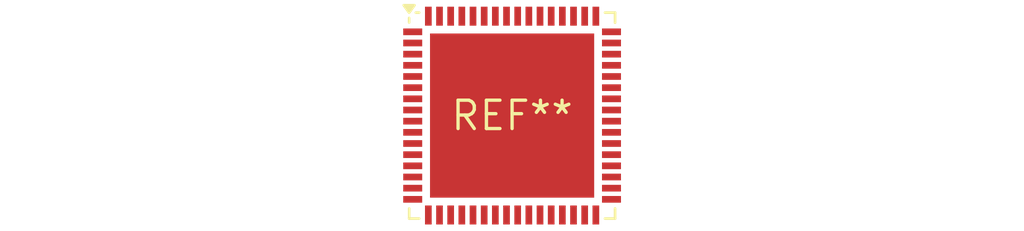
<source format=kicad_pcb>
(kicad_pcb (version 20240108) (generator pcbnew)
  (layers (0 "F.Cu" signal) (31 "B.Cu" signal) (34 "B.Paste" user) (35 "F.Paste" user) (36 "B.SilkS" user "B.Silkscreen") (37 "F.SilkS" user "F.Silkscreen") (38 "B.Mask" user) (39 "F.Mask" user) (44 "Edge.Cuts" user))
  (net 0 "")
  (footprint "QFN-64-1EP_9x9mm_P0.5mm_EP7.35x7.35mm" (layer "F.Cu") (at 0 0)
    (property "Reference" "REF**")
    (property "Value" "QFN-64-1EP_9x9mm_P0.5mm_EP7.35x7.35mm")
    (fp_line (start -4.61 -4.17) (end -4.61 -4.37) (layer "F.SilkS") (stroke (width 0.12)))
    (fp_line (start -4.6075 4.61) (end -4.6075 4.16) (layer "F.SilkS") (stroke (width 0.12)))
    (fp_line (start -4.6075 4.61) (end -4.16 4.61) (layer "F.SilkS") (stroke (width 0.12)))
    (fp_line (start -4.16 -4.61) (end -4.31 -4.61) (layer "F.SilkS") (stroke (width 0.12)))
    (fp_line (start 4.61 -4.61) (end 4.16 -4.61) (layer "F.SilkS") (stroke (width 0.12)))
    (fp_line (start 4.61 -4.61) (end 4.61 -4.16) (layer "F.SilkS") (stroke (width 0.12)))
    (fp_line (start 4.61 4.61) (end 4.16 4.61) (layer "F.SilkS") (stroke (width 0.12)))
    (fp_line (start 4.61 4.61) (end 4.61 4.16) (layer "F.SilkS") (stroke (width 0.12)))
    (fp_poly (pts (xy -4.61 -4.61) (xy -4.85 -4.94) (xy -4.37 -4.94) (xy -4.61 -4.61)) (layer "F.SilkS") (stroke (width 0.12)) (fill solid))
    (pad "1" smd rect (at -4.45 -3.75) (size 0.85 0.3) (layers "F.Cu" "F.Paste" "F.Mask"))
    (pad "2" smd rect (at -4.45 -3.25) (size 0.85 0.3) (layers "F.Cu" "F.Paste" "F.Mask"))
    (pad "3" smd rect (at -4.45 -2.75) (size 0.85 0.3) (layers "F.Cu" "F.Paste" "F.Mask"))
    (pad "4" smd rect (at -4.45 -2.25) (size 0.85 0.3) (layers "F.Cu" "F.Paste" "F.Mask"))
    (pad "5" smd rect (at -4.45 -1.75) (size 0.85 0.3) (layers "F.Cu" "F.Paste" "F.Mask"))
    (pad "6" smd rect (at -4.45 -1.25) (size 0.85 0.3) (layers "F.Cu" "F.Paste" "F.Mask"))
    (pad "7" smd rect (at -4.45 -0.75) (size 0.85 0.3) (layers "F.Cu" "F.Paste" "F.Mask"))
    (pad "8" smd rect (at -4.45 -0.25) (size 0.85 0.3) (layers "F.Cu" "F.Paste" "F.Mask"))
    (pad "9" smd rect (at -4.45 0.25) (size 0.85 0.3) (layers "F.Cu" "F.Paste" "F.Mask"))
    (pad "10" smd rect (at -4.45 0.75) (size 0.85 0.3) (layers "F.Cu" "F.Paste" "F.Mask"))
    (pad "11" smd rect (at -4.45 1.25) (size 0.85 0.3) (layers "F.Cu" "F.Paste" "F.Mask"))
    (pad "12" smd rect (at -4.45 1.75) (size 0.85 0.3) (layers "F.Cu" "F.Paste" "F.Mask"))
    (pad "13" smd rect (at -4.45 2.25) (size 0.85 0.3) (layers "F.Cu" "F.Paste" "F.Mask"))
    (pad "14" smd rect (at -4.45 2.75) (size 0.85 0.3) (layers "F.Cu" "F.Paste" "F.Mask"))
    (pad "15" smd rect (at -4.45 3.25) (size 0.85 0.3) (layers "F.Cu" "F.Paste" "F.Mask"))
    (pad "16" smd rect (at -4.45 3.75) (size 0.85 0.3) (layers "F.Cu" "F.Paste" "F.Mask"))
    (pad "17" smd rect (at -3.75 4.45 90) (size 0.85 0.3) (layers "F.Cu" "F.Paste" "F.Mask"))
    (pad "18" smd rect (at -3.25 4.45 90) (size 0.85 0.3) (layers "F.Cu" "F.Paste" "F.Mask"))
    (pad "19" smd rect (at -2.75 4.45 90) (size 0.85 0.3) (layers "F.Cu" "F.Paste" "F.Mask"))
    (pad "20" smd rect (at -2.25 4.45 90) (size 0.85 0.3) (layers "F.Cu" "F.Paste" "F.Mask"))
    (pad "21" smd rect (at -1.75 4.45 90) (size 0.85 0.3) (layers "F.Cu" "F.Paste" "F.Mask"))
    (pad "22" smd rect (at -1.25 4.45 90) (size 0.85 0.3) (layers "F.Cu" "F.Paste" "F.Mask"))
    (pad "23" smd rect (at -0.75 4.45 90) (size 0.85 0.3) (layers "F.Cu" "F.Paste" "F.Mask"))
    (pad "24" smd rect (at -0.25 4.45 90) (size 0.85 0.3) (layers "F.Cu" "F.Paste" "F.Mask"))
    (pad "25" smd rect (at 0.25 4.45 90) (size 0.85 0.3) (layers "F.Cu" "F.Paste" "F.Mask"))
    (pad "26" smd rect (at 0.75 4.45 90) (size 0.85 0.3) (layers "F.Cu" "F.Paste" "F.Mask"))
    (pad "27" smd rect (at 1.25 4.45 90) (size 0.85 0.3) (layers "F.Cu" "F.Paste" "F.Mask"))
    (pad "28" smd rect (at 1.75 4.45 90) (size 0.85 0.3) (layers "F.Cu" "F.Paste" "F.Mask"))
    (pad "29" smd rect (at 2.25 4.45 90) (size 0.85 0.3) (layers "F.Cu" "F.Paste" "F.Mask"))
    (pad "30" smd rect (at 2.75 4.45 90) (size 0.85 0.3) (layers "F.Cu" "F.Paste" "F.Mask"))
    (pad "31" smd rect (at 3.25 4.45 90) (size 0.85 0.3) (layers "F.Cu" "F.Paste" "F.Mask"))
    (pad "32" smd rect (at 3.75 4.45 90) (size 0.85 0.3) (layers "F.Cu" "F.Paste" "F.Mask"))
    (pad "33" smd rect (at 4.45 3.75) (size 0.85 0.3) (layers "F.Cu" "F.Paste" "F.Mask"))
    (pad "34" smd rect (at 4.45 3.25) (size 0.85 0.3) (layers "F.Cu" "F.Paste" "F.Mask"))
    (pad "35" smd rect (at 4.45 2.75) (size 0.85 0.3) (layers "F.Cu" "F.Paste" "F.Mask"))
    (pad "36" smd rect (at 4.45 2.25) (size 0.85 0.3) (layers "F.Cu" "F.Paste" "F.Mask"))
    (pad "37" smd rect (at 4.45 1.75) (size 0.85 0.3) (layers "F.Cu" "F.Paste" "F.Mask"))
    (pad "38" smd rect (at 4.45 1.25) (size 0.85 0.3) (layers "F.Cu" "F.Paste" "F.Mask"))
    (pad "39" smd rect (at 4.45 0.75) (size 0.85 0.3) (layers "F.Cu" "F.Paste" "F.Mask"))
    (pad "40" smd rect (at 4.45 0.25) (size 0.85 0.3) (layers "F.Cu" "F.Paste" "F.Mask"))
    (pad "41" smd rect (at 4.45 -0.25) (size 0.85 0.3) (layers "F.Cu" "F.Paste" "F.Mask"))
    (pad "42" smd rect (at 4.45 -0.75) (size 0.85 0.3) (layers "F.Cu" "F.Paste" "F.Mask"))
    (pad "43" smd rect (at 4.45 -1.25) (size 0.85 0.3) (layers "F.Cu" "F.Paste" "F.Mask"))
    (pad "44" smd rect (at 4.45 -1.75) (size 0.85 0.3) (layers "F.Cu" "F.Paste" "F.Mask"))
    (pad "45" smd rect (at 4.45 -2.25) (size 0.85 0.3) (layers "F.Cu" "F.Paste" "F.Mask"))
    (pad "46" smd rect (at 4.45 -2.75) (size 0.85 0.3) (layers "F.Cu" "F.Paste" "F.Mask"))
    (pad "47" smd rect (at 4.45 -3.25) (size 0.85 0.3) (layers "F.Cu" "F.Paste" "F.Mask"))
    (pad "48" smd rect (at 4.45 -3.75) (size 0.85 0.3) (layers "F.Cu" "F.Paste" "F.Mask"))
    (pad "49" smd rect (at 3.75 -4.45 90) (size 0.85 0.3) (layers "F.Cu" "F.Paste" "F.Mask"))
    (pad "50" smd rect (at 3.25 -4.45 90) (size 0.85 0.3) (layers "F.Cu" "F.Paste" "F.Mask"))
    (pad "51" smd rect (at 2.75 -4.45 90) (size 0.85 0.3) (layers "F.Cu" "F.Paste" "F.Mask"))
    (pad "52" smd rect (at 2.25 -4.45 90) (size 0.85 0.3) (layers "F.Cu" "F.Paste" "F.Mask"))
    (pad "53" smd rect (at 1.75 -4.45 90) (size 0.85 0.3) (layers "F.Cu" "F.Paste" "F.Mask"))
    (pad "54" smd rect (at 1.25 -4.45 90) (size 0.85 0.3) (layers "F.Cu" "F.Paste" "F.Mask"))
    (pad "55" smd rect (at 0.75 -4.45 90) (size 0.85 0.3) (layers "F.Cu" "F.Paste" "F.Mask"))
    (pad "56" smd rect (at 0.25 -4.45 90) (size 0.85 0.3) (layers "F.Cu" "F.Paste" "F.Mask"))
    (pad "57" smd rect (at -0.25 -4.45 90) (size 0.85 0.3) (layers "F.Cu" "F.Paste" "F.Mask"))
    (pad "58" smd rect (at -0.75 -4.45 90) (size 0.85 0.3) (layers "F.Cu" "F.Paste" "F.Mask"))
    (pad "59" smd rect (at -1.25 -4.45 90) (size 0.85 0.3) (layers "F.Cu" "F.Paste" "F.Mask"))
    (pad "60" smd rect (at -1.75 -4.45 90) (size 0.85 0.3) (layers "F.Cu" "F.Paste" "F.Mask"))
    (pad "61" smd rect (at -2.25 -4.45 90) (size 0.85 0.3) (layers "F.Cu" "F.Paste" "F.Mask"))
    (pad "62" smd rect (at -2.75 -4.45 90) (size 0.85 0.3) (layers "F.Cu" "F.Paste" "F.Mask"))
    (pad "63" smd rect (at -3.25 -4.45 90) (size 0.85 0.3) (layers "F.Cu" "F.Paste" "F.Mask"))
    (pad "64" smd rect (at -3.75 -4.45 90) (size 0.85 0.3) (layers "F.Cu" "F.Paste" "F.Mask"))
    (pad "65" smd rect (at 0 0) (size 7.35 7.35) (layers "F.Cu" "F.Mask"))
  )
)
</source>
